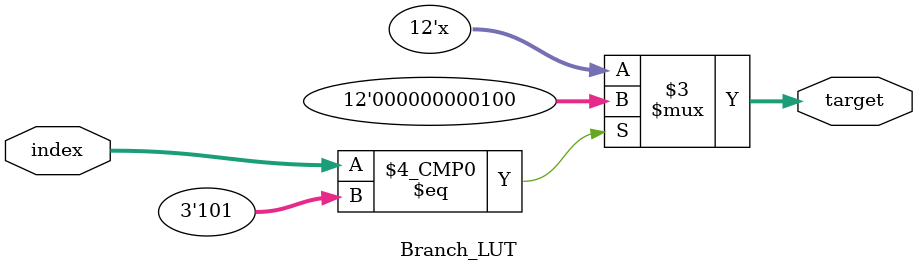
<source format=sv>
module Branch_LUT #(PC_width = 12)(
    input [2:0] index,
    output logic [PC_width-1:0] target
);

always_comb case (index)
    3'b101: target = 4;   
    default: target = 12'bx; 
endcase

endmodule 
</source>
